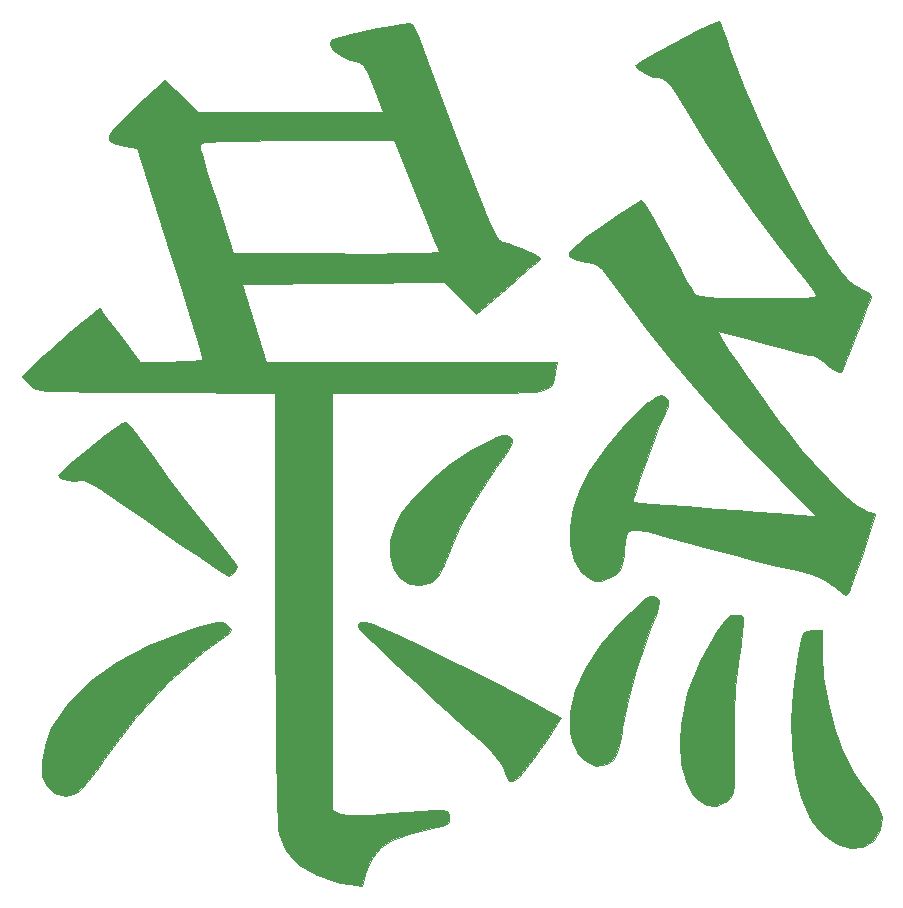
<source format=gbr>
%TF.GenerationSoftware,KiCad,Pcbnew,(5.1.7-0-10_14)*%
%TF.CreationDate,2020-11-02T16:42:48+08:00*%
%TF.ProjectId,GreenCircuit,47726565-6e43-4697-9263-7569742e6b69,v0.6*%
%TF.SameCoordinates,Original*%
%TF.FileFunction,Legend,Bot*%
%TF.FilePolarity,Positive*%
%FSLAX46Y46*%
G04 Gerber Fmt 4.6, Leading zero omitted, Abs format (unit mm)*
G04 Created by KiCad (PCBNEW (5.1.7-0-10_14)) date 2020-11-02 16:42:48*
%MOMM*%
%LPD*%
G01*
G04 APERTURE LIST*
%ADD10C,0.010000*%
G04 APERTURE END LIST*
D10*
%TO.C,G\u002A\u002A\u002A*%
G36*
X100549720Y-102090056D02*
G01*
X99938995Y-102505385D01*
X99115374Y-103110083D01*
X98174825Y-103828858D01*
X97213319Y-104586417D01*
X96326824Y-105307467D01*
X95611311Y-105916715D01*
X95162749Y-106338867D01*
X95058948Y-106484010D01*
X95290274Y-106739958D01*
X95843027Y-106910589D01*
X96505367Y-106950221D01*
X96902423Y-106881551D01*
X97237707Y-106894717D01*
X97776279Y-107115418D01*
X98573677Y-107575366D01*
X99685439Y-108306276D01*
X100999088Y-109220832D01*
X102513454Y-110285325D01*
X104033079Y-111341335D01*
X105492425Y-112344552D01*
X106825951Y-113250665D01*
X107968119Y-114015364D01*
X108853389Y-114594338D01*
X109416222Y-114943278D01*
X109587532Y-115027369D01*
X109827162Y-114849749D01*
X110031579Y-114626316D01*
X110213217Y-114133438D01*
X110095973Y-113891053D01*
X108307347Y-111653870D01*
X106807163Y-109752974D01*
X105539394Y-108115643D01*
X104448017Y-106669156D01*
X103477005Y-105340792D01*
X103080000Y-104784238D01*
X102314068Y-103724635D01*
X101647399Y-102843407D01*
X101144664Y-102223119D01*
X100870537Y-101946331D01*
X100851580Y-101939391D01*
X100549720Y-102090056D01*
G37*
X100549720Y-102090056D02*
X99938995Y-102505385D01*
X99115374Y-103110083D01*
X98174825Y-103828858D01*
X97213319Y-104586417D01*
X96326824Y-105307467D01*
X95611311Y-105916715D01*
X95162749Y-106338867D01*
X95058948Y-106484010D01*
X95290274Y-106739958D01*
X95843027Y-106910589D01*
X96505367Y-106950221D01*
X96902423Y-106881551D01*
X97237707Y-106894717D01*
X97776279Y-107115418D01*
X98573677Y-107575366D01*
X99685439Y-108306276D01*
X100999088Y-109220832D01*
X102513454Y-110285325D01*
X104033079Y-111341335D01*
X105492425Y-112344552D01*
X106825951Y-113250665D01*
X107968119Y-114015364D01*
X108853389Y-114594338D01*
X109416222Y-114943278D01*
X109587532Y-115027369D01*
X109827162Y-114849749D01*
X110031579Y-114626316D01*
X110213217Y-114133438D01*
X110095973Y-113891053D01*
X108307347Y-111653870D01*
X106807163Y-109752974D01*
X105539394Y-108115643D01*
X104448017Y-106669156D01*
X103477005Y-105340792D01*
X103080000Y-104784238D01*
X102314068Y-103724635D01*
X101647399Y-102843407D01*
X101144664Y-102223119D01*
X100870537Y-101946331D01*
X100851580Y-101939391D01*
X100549720Y-102090056D01*
G36*
X132719808Y-103097568D02*
G01*
X132046750Y-103353943D01*
X131902782Y-103417892D01*
X130094271Y-104370025D01*
X128314191Y-105563050D01*
X126663288Y-106908911D01*
X125242306Y-108319550D01*
X124151991Y-109706911D01*
X123622245Y-110655527D01*
X123213915Y-112004810D01*
X123174656Y-113253393D01*
X123457450Y-114329483D01*
X124015280Y-115161285D01*
X124801127Y-115677006D01*
X125767975Y-115804853D01*
X126799653Y-115507299D01*
X127306526Y-115008144D01*
X127759407Y-114071430D01*
X127833581Y-113854342D01*
X128414151Y-112368469D01*
X129255334Y-110627807D01*
X130273226Y-108786530D01*
X131383923Y-106998812D01*
X132216577Y-105800591D01*
X132935770Y-104798944D01*
X133363409Y-104126312D01*
X133541820Y-103694019D01*
X133513332Y-103413391D01*
X133417747Y-103284208D01*
X133120167Y-103079321D01*
X132719808Y-103097568D01*
G37*
X132719808Y-103097568D02*
X132046750Y-103353943D01*
X131902782Y-103417892D01*
X130094271Y-104370025D01*
X128314191Y-105563050D01*
X126663288Y-106908911D01*
X125242306Y-108319550D01*
X124151991Y-109706911D01*
X123622245Y-110655527D01*
X123213915Y-112004810D01*
X123174656Y-113253393D01*
X123457450Y-114329483D01*
X124015280Y-115161285D01*
X124801127Y-115677006D01*
X125767975Y-115804853D01*
X126799653Y-115507299D01*
X127306526Y-115008144D01*
X127759407Y-114071430D01*
X127833581Y-113854342D01*
X128414151Y-112368469D01*
X129255334Y-110627807D01*
X130273226Y-108786530D01*
X131383923Y-106998812D01*
X132216577Y-105800591D01*
X132935770Y-104798944D01*
X133363409Y-104126312D01*
X133541820Y-103694019D01*
X133513332Y-103413391D01*
X133417747Y-103284208D01*
X133120167Y-103079321D01*
X132719808Y-103097568D01*
G36*
X150812121Y-68092817D02*
G01*
X150180447Y-68373101D01*
X149284353Y-68808544D01*
X148224895Y-69346062D01*
X147103127Y-69932571D01*
X146020106Y-70514986D01*
X145076887Y-71040222D01*
X144374526Y-71455197D01*
X144014078Y-71706825D01*
X143987369Y-71745633D01*
X144215405Y-72099727D01*
X144767316Y-72460662D01*
X145444803Y-72720050D01*
X145885497Y-72783158D01*
X146232281Y-72839733D01*
X146570285Y-73061221D01*
X146966776Y-73525267D01*
X147489024Y-74309516D01*
X148143989Y-75390000D01*
X149982506Y-78369803D01*
X151968882Y-81384665D01*
X154012432Y-84305148D01*
X156022474Y-87001816D01*
X157908323Y-89345232D01*
X157981878Y-89432132D01*
X158631588Y-90236061D01*
X159095781Y-90884832D01*
X159303755Y-91276226D01*
X159299734Y-91337459D01*
X158993093Y-91388875D01*
X158239224Y-91433530D01*
X157125619Y-91468623D01*
X155739771Y-91491355D01*
X154255589Y-91498948D01*
X152442020Y-91490914D01*
X151092860Y-91463365D01*
X150137972Y-91411128D01*
X149507222Y-91329029D01*
X149130472Y-91211895D01*
X148984125Y-91110140D01*
X148734012Y-90746015D01*
X148297036Y-89994312D01*
X147723777Y-88946582D01*
X147064817Y-87694374D01*
X146657508Y-86899087D01*
X145987952Y-85612477D01*
X145386307Y-84519891D01*
X144898488Y-83699813D01*
X144570410Y-83230730D01*
X144464932Y-83151113D01*
X144164397Y-83324899D01*
X143514747Y-83750828D01*
X142602370Y-84370750D01*
X141513655Y-85126518D01*
X141135646Y-85392127D01*
X139920626Y-86257422D01*
X139092172Y-86878118D01*
X138593652Y-87308813D01*
X138368431Y-87604108D01*
X138359880Y-87818600D01*
X138467105Y-87964849D01*
X138998255Y-88253412D01*
X139760999Y-88422832D01*
X139861811Y-88430856D01*
X140335092Y-88491988D01*
X140733962Y-88664268D01*
X141150687Y-89029603D01*
X141677530Y-89669899D01*
X142406757Y-90667063D01*
X142451917Y-90730179D01*
X144790323Y-93900159D01*
X147148813Y-96882677D01*
X149634996Y-99804723D01*
X152356483Y-102793288D01*
X155055053Y-105603132D01*
X159315382Y-109948369D01*
X157734007Y-109814579D01*
X157002658Y-109756400D01*
X155839996Y-109668379D01*
X154348135Y-109558042D01*
X152629192Y-109432912D01*
X150785283Y-109300514D01*
X150003158Y-109244906D01*
X148251738Y-109118928D01*
X146689198Y-109003025D01*
X145390892Y-108903077D01*
X144432174Y-108824961D01*
X143888397Y-108774555D01*
X143792942Y-108760436D01*
X143817329Y-108476761D01*
X143997432Y-107805121D01*
X144295440Y-106856043D01*
X144673541Y-105740053D01*
X145093926Y-104567675D01*
X145518783Y-103449434D01*
X145910302Y-102495857D01*
X146022358Y-102243572D01*
X146469577Y-101236995D01*
X146706493Y-100599794D01*
X146755665Y-100219975D01*
X146639651Y-99985543D01*
X146500752Y-99868528D01*
X146147060Y-99715599D01*
X145732821Y-99839239D01*
X145099927Y-100288010D01*
X145077648Y-100305627D01*
X143254164Y-101979979D01*
X141544150Y-103978946D01*
X140092088Y-106119441D01*
X139290243Y-107639321D01*
X138726789Y-109233715D01*
X138460119Y-110828292D01*
X138480824Y-112325327D01*
X138779497Y-113627099D01*
X139346729Y-114635883D01*
X140016362Y-115181489D01*
X140580929Y-115422774D01*
X141054124Y-115418227D01*
X141697447Y-115157195D01*
X141796811Y-115108954D01*
X142318339Y-114824738D01*
X142638487Y-114507751D01*
X142835785Y-114010688D01*
X142988763Y-113186242D01*
X143051857Y-112754737D01*
X143138356Y-112062612D01*
X143220098Y-111556630D01*
X143368528Y-111228290D01*
X143655089Y-111069091D01*
X144151226Y-111070535D01*
X144928385Y-111224120D01*
X146058009Y-111521345D01*
X147611543Y-111953712D01*
X148265263Y-112134463D01*
X150085019Y-112624540D01*
X152158542Y-113166575D01*
X154228140Y-113694031D01*
X156005220Y-114132920D01*
X157623294Y-114538336D01*
X158811606Y-114877447D01*
X159665560Y-115184672D01*
X160280560Y-115494431D01*
X160752009Y-115841142D01*
X160760313Y-115848412D01*
X161371151Y-116370406D01*
X161710531Y-116584868D01*
X161904639Y-116541790D01*
X162040148Y-116355456D01*
X162167349Y-116043632D01*
X162420602Y-115350887D01*
X162758897Y-114396158D01*
X163141226Y-113298379D01*
X163526577Y-112176487D01*
X163873942Y-111149416D01*
X164142311Y-110336104D01*
X164290674Y-109855484D01*
X164307369Y-109780100D01*
X164082503Y-109667424D01*
X163528296Y-109464970D01*
X163396378Y-109420816D01*
X162717902Y-109037096D01*
X161790282Y-108279838D01*
X160674040Y-107211452D01*
X159429696Y-105894352D01*
X158117770Y-104390947D01*
X156798783Y-102763650D01*
X156258579Y-102060000D01*
X155351192Y-100836995D01*
X154414550Y-99538443D01*
X153498929Y-98238287D01*
X152654604Y-97010470D01*
X151931852Y-95928937D01*
X151380949Y-95067630D01*
X151052171Y-94500494D01*
X150985382Y-94304443D01*
X151260537Y-94340979D01*
X151955925Y-94502698D01*
X152978143Y-94766060D01*
X154233784Y-95107523D01*
X154787732Y-95262754D01*
X156143262Y-95638327D01*
X157334184Y-95954373D01*
X158256755Y-96184400D01*
X158807229Y-96301916D01*
X158895013Y-96311579D01*
X159322107Y-96477884D01*
X159941418Y-96897837D01*
X160227527Y-97134335D01*
X160816740Y-97575310D01*
X161251615Y-97763238D01*
X161365287Y-97735914D01*
X161535581Y-97411181D01*
X161848507Y-96693657D01*
X162258676Y-95691141D01*
X162696788Y-94573684D01*
X163151078Y-93393486D01*
X163539444Y-92387039D01*
X163819176Y-91664868D01*
X163945132Y-91343430D01*
X163796003Y-91079149D01*
X163281769Y-90758771D01*
X163017147Y-90643537D01*
X162479369Y-90370838D01*
X161968302Y-89946851D01*
X161399278Y-89280009D01*
X160687625Y-88278745D01*
X160317822Y-87724317D01*
X158876726Y-85380038D01*
X157373363Y-82648188D01*
X155871435Y-79660886D01*
X154434642Y-76550249D01*
X153126686Y-73448395D01*
X152022735Y-70520120D01*
X151648983Y-69474701D01*
X151337138Y-68637089D01*
X151131126Y-68123531D01*
X151078319Y-68020775D01*
X150812121Y-68092817D01*
G37*
X150812121Y-68092817D02*
X150180447Y-68373101D01*
X149284353Y-68808544D01*
X148224895Y-69346062D01*
X147103127Y-69932571D01*
X146020106Y-70514986D01*
X145076887Y-71040222D01*
X144374526Y-71455197D01*
X144014078Y-71706825D01*
X143987369Y-71745633D01*
X144215405Y-72099727D01*
X144767316Y-72460662D01*
X145444803Y-72720050D01*
X145885497Y-72783158D01*
X146232281Y-72839733D01*
X146570285Y-73061221D01*
X146966776Y-73525267D01*
X147489024Y-74309516D01*
X148143989Y-75390000D01*
X149982506Y-78369803D01*
X151968882Y-81384665D01*
X154012432Y-84305148D01*
X156022474Y-87001816D01*
X157908323Y-89345232D01*
X157981878Y-89432132D01*
X158631588Y-90236061D01*
X159095781Y-90884832D01*
X159303755Y-91276226D01*
X159299734Y-91337459D01*
X158993093Y-91388875D01*
X158239224Y-91433530D01*
X157125619Y-91468623D01*
X155739771Y-91491355D01*
X154255589Y-91498948D01*
X152442020Y-91490914D01*
X151092860Y-91463365D01*
X150137972Y-91411128D01*
X149507222Y-91329029D01*
X149130472Y-91211895D01*
X148984125Y-91110140D01*
X148734012Y-90746015D01*
X148297036Y-89994312D01*
X147723777Y-88946582D01*
X147064817Y-87694374D01*
X146657508Y-86899087D01*
X145987952Y-85612477D01*
X145386307Y-84519891D01*
X144898488Y-83699813D01*
X144570410Y-83230730D01*
X144464932Y-83151113D01*
X144164397Y-83324899D01*
X143514747Y-83750828D01*
X142602370Y-84370750D01*
X141513655Y-85126518D01*
X141135646Y-85392127D01*
X139920626Y-86257422D01*
X139092172Y-86878118D01*
X138593652Y-87308813D01*
X138368431Y-87604108D01*
X138359880Y-87818600D01*
X138467105Y-87964849D01*
X138998255Y-88253412D01*
X139760999Y-88422832D01*
X139861811Y-88430856D01*
X140335092Y-88491988D01*
X140733962Y-88664268D01*
X141150687Y-89029603D01*
X141677530Y-89669899D01*
X142406757Y-90667063D01*
X142451917Y-90730179D01*
X144790323Y-93900159D01*
X147148813Y-96882677D01*
X149634996Y-99804723D01*
X152356483Y-102793288D01*
X155055053Y-105603132D01*
X159315382Y-109948369D01*
X157734007Y-109814579D01*
X157002658Y-109756400D01*
X155839996Y-109668379D01*
X154348135Y-109558042D01*
X152629192Y-109432912D01*
X150785283Y-109300514D01*
X150003158Y-109244906D01*
X148251738Y-109118928D01*
X146689198Y-109003025D01*
X145390892Y-108903077D01*
X144432174Y-108824961D01*
X143888397Y-108774555D01*
X143792942Y-108760436D01*
X143817329Y-108476761D01*
X143997432Y-107805121D01*
X144295440Y-106856043D01*
X144673541Y-105740053D01*
X145093926Y-104567675D01*
X145518783Y-103449434D01*
X145910302Y-102495857D01*
X146022358Y-102243572D01*
X146469577Y-101236995D01*
X146706493Y-100599794D01*
X146755665Y-100219975D01*
X146639651Y-99985543D01*
X146500752Y-99868528D01*
X146147060Y-99715599D01*
X145732821Y-99839239D01*
X145099927Y-100288010D01*
X145077648Y-100305627D01*
X143254164Y-101979979D01*
X141544150Y-103978946D01*
X140092088Y-106119441D01*
X139290243Y-107639321D01*
X138726789Y-109233715D01*
X138460119Y-110828292D01*
X138480824Y-112325327D01*
X138779497Y-113627099D01*
X139346729Y-114635883D01*
X140016362Y-115181489D01*
X140580929Y-115422774D01*
X141054124Y-115418227D01*
X141697447Y-115157195D01*
X141796811Y-115108954D01*
X142318339Y-114824738D01*
X142638487Y-114507751D01*
X142835785Y-114010688D01*
X142988763Y-113186242D01*
X143051857Y-112754737D01*
X143138356Y-112062612D01*
X143220098Y-111556630D01*
X143368528Y-111228290D01*
X143655089Y-111069091D01*
X144151226Y-111070535D01*
X144928385Y-111224120D01*
X146058009Y-111521345D01*
X147611543Y-111953712D01*
X148265263Y-112134463D01*
X150085019Y-112624540D01*
X152158542Y-113166575D01*
X154228140Y-113694031D01*
X156005220Y-114132920D01*
X157623294Y-114538336D01*
X158811606Y-114877447D01*
X159665560Y-115184672D01*
X160280560Y-115494431D01*
X160752009Y-115841142D01*
X160760313Y-115848412D01*
X161371151Y-116370406D01*
X161710531Y-116584868D01*
X161904639Y-116541790D01*
X162040148Y-116355456D01*
X162167349Y-116043632D01*
X162420602Y-115350887D01*
X162758897Y-114396158D01*
X163141226Y-113298379D01*
X163526577Y-112176487D01*
X163873942Y-111149416D01*
X164142311Y-110336104D01*
X164290674Y-109855484D01*
X164307369Y-109780100D01*
X164082503Y-109667424D01*
X163528296Y-109464970D01*
X163396378Y-109420816D01*
X162717902Y-109037096D01*
X161790282Y-108279838D01*
X160674040Y-107211452D01*
X159429696Y-105894352D01*
X158117770Y-104390947D01*
X156798783Y-102763650D01*
X156258579Y-102060000D01*
X155351192Y-100836995D01*
X154414550Y-99538443D01*
X153498929Y-98238287D01*
X152654604Y-97010470D01*
X151931852Y-95928937D01*
X151380949Y-95067630D01*
X151052171Y-94500494D01*
X150985382Y-94304443D01*
X151260537Y-94340979D01*
X151955925Y-94502698D01*
X152978143Y-94766060D01*
X154233784Y-95107523D01*
X154787732Y-95262754D01*
X156143262Y-95638327D01*
X157334184Y-95954373D01*
X158256755Y-96184400D01*
X158807229Y-96301916D01*
X158895013Y-96311579D01*
X159322107Y-96477884D01*
X159941418Y-96897837D01*
X160227527Y-97134335D01*
X160816740Y-97575310D01*
X161251615Y-97763238D01*
X161365287Y-97735914D01*
X161535581Y-97411181D01*
X161848507Y-96693657D01*
X162258676Y-95691141D01*
X162696788Y-94573684D01*
X163151078Y-93393486D01*
X163539444Y-92387039D01*
X163819176Y-91664868D01*
X163945132Y-91343430D01*
X163796003Y-91079149D01*
X163281769Y-90758771D01*
X163017147Y-90643537D01*
X162479369Y-90370838D01*
X161968302Y-89946851D01*
X161399278Y-89280009D01*
X160687625Y-88278745D01*
X160317822Y-87724317D01*
X158876726Y-85380038D01*
X157373363Y-82648188D01*
X155871435Y-79660886D01*
X154434642Y-76550249D01*
X153126686Y-73448395D01*
X152022735Y-70520120D01*
X151648983Y-69474701D01*
X151337138Y-68637089D01*
X151131126Y-68123531D01*
X151078319Y-68020775D01*
X150812121Y-68092817D01*
G36*
X144867391Y-116885332D02*
G01*
X144350338Y-117307953D01*
X143604287Y-118024964D01*
X142791573Y-118842911D01*
X141097310Y-120781216D01*
X139794726Y-122743776D01*
X138905918Y-124677069D01*
X138452980Y-126527570D01*
X138458007Y-128241756D01*
X138616364Y-128957069D01*
X139124836Y-130035704D01*
X139843351Y-130754065D01*
X140679756Y-131068064D01*
X141541901Y-130933614D01*
X142053644Y-130601579D01*
X142373827Y-130154971D01*
X142625835Y-129390742D01*
X142839769Y-128210755D01*
X142883165Y-127897282D01*
X143315267Y-125474102D01*
X143992046Y-122967855D01*
X144954832Y-120231616D01*
X145251633Y-119478022D01*
X145691869Y-118339632D01*
X145929846Y-117594664D01*
X145986150Y-117150449D01*
X145881365Y-116914320D01*
X145829799Y-116875274D01*
X145528598Y-116719847D01*
X145233970Y-116706248D01*
X144867391Y-116885332D01*
G37*
X144867391Y-116885332D02*
X144350338Y-117307953D01*
X143604287Y-118024964D01*
X142791573Y-118842911D01*
X141097310Y-120781216D01*
X139794726Y-122743776D01*
X138905918Y-124677069D01*
X138452980Y-126527570D01*
X138458007Y-128241756D01*
X138616364Y-128957069D01*
X139124836Y-130035704D01*
X139843351Y-130754065D01*
X140679756Y-131068064D01*
X141541901Y-130933614D01*
X142053644Y-130601579D01*
X142373827Y-130154971D01*
X142625835Y-129390742D01*
X142839769Y-128210755D01*
X142883165Y-127897282D01*
X143315267Y-125474102D01*
X143992046Y-122967855D01*
X144954832Y-120231616D01*
X145251633Y-119478022D01*
X145691869Y-118339632D01*
X145929846Y-117594664D01*
X145986150Y-117150449D01*
X145881365Y-116914320D01*
X145829799Y-116875274D01*
X145528598Y-116719847D01*
X145233970Y-116706248D01*
X144867391Y-116885332D01*
G36*
X120570587Y-118959822D02*
G01*
X120480216Y-119159656D01*
X120463042Y-119350983D01*
X120650921Y-119571963D01*
X121177076Y-120094900D01*
X121981743Y-120864664D01*
X123005160Y-121826126D01*
X124187567Y-122924155D01*
X125469202Y-124103623D01*
X126790302Y-125309399D01*
X128091105Y-126486355D01*
X129311851Y-127579360D01*
X130392777Y-128533285D01*
X130808952Y-128894971D01*
X131782580Y-129825939D01*
X132474655Y-130673242D01*
X132761049Y-131212715D01*
X133036780Y-131941386D01*
X133315643Y-132337902D01*
X133653341Y-132378972D01*
X134105576Y-132041302D01*
X134728047Y-131301602D01*
X135576458Y-130136578D01*
X135677814Y-129993028D01*
X136412913Y-128938439D01*
X137026526Y-128035865D01*
X137456677Y-127378053D01*
X137641391Y-127057748D01*
X137643157Y-127051928D01*
X137426555Y-126881791D01*
X136783358Y-126505357D01*
X135767428Y-125951068D01*
X134432627Y-125247368D01*
X132832819Y-124422701D01*
X131021866Y-123505510D01*
X129303807Y-122648133D01*
X127014273Y-121516777D01*
X125156799Y-120610434D01*
X123686482Y-119912357D01*
X122558416Y-119405799D01*
X121727698Y-119074014D01*
X121149424Y-118900254D01*
X120778688Y-118867773D01*
X120570587Y-118959822D01*
G37*
X120570587Y-118959822D02*
X120480216Y-119159656D01*
X120463042Y-119350983D01*
X120650921Y-119571963D01*
X121177076Y-120094900D01*
X121981743Y-120864664D01*
X123005160Y-121826126D01*
X124187567Y-122924155D01*
X125469202Y-124103623D01*
X126790302Y-125309399D01*
X128091105Y-126486355D01*
X129311851Y-127579360D01*
X130392777Y-128533285D01*
X130808952Y-128894971D01*
X131782580Y-129825939D01*
X132474655Y-130673242D01*
X132761049Y-131212715D01*
X133036780Y-131941386D01*
X133315643Y-132337902D01*
X133653341Y-132378972D01*
X134105576Y-132041302D01*
X134728047Y-131301602D01*
X135576458Y-130136578D01*
X135677814Y-129993028D01*
X136412913Y-128938439D01*
X137026526Y-128035865D01*
X137456677Y-127378053D01*
X137641391Y-127057748D01*
X137643157Y-127051928D01*
X137426555Y-126881791D01*
X136783358Y-126505357D01*
X135767428Y-125951068D01*
X134432627Y-125247368D01*
X132832819Y-124422701D01*
X131021866Y-123505510D01*
X129303807Y-122648133D01*
X127014273Y-121516777D01*
X125156799Y-120610434D01*
X123686482Y-119912357D01*
X122558416Y-119405799D01*
X121727698Y-119074014D01*
X121149424Y-118900254D01*
X120778688Y-118867773D01*
X120570587Y-118959822D01*
G36*
X108541558Y-118892925D02*
G01*
X107891015Y-119052174D01*
X106901717Y-119357826D01*
X105931928Y-119674466D01*
X102826674Y-120874214D01*
X100119918Y-122291877D01*
X97840668Y-123906477D01*
X96017935Y-125697038D01*
X94680728Y-127642580D01*
X94541287Y-127911345D01*
X93958933Y-129386841D01*
X93713218Y-130737570D01*
X93782833Y-131899239D01*
X94146469Y-132807553D01*
X94782815Y-133398218D01*
X95670561Y-133606940D01*
X96394093Y-133501447D01*
X96896044Y-133171005D01*
X97613520Y-132389854D01*
X98556511Y-131146554D01*
X98995069Y-130523083D01*
X101623801Y-127069413D01*
X104449844Y-124007300D01*
X107420473Y-121390573D01*
X109238876Y-120064422D01*
X109677598Y-119724725D01*
X109703269Y-119459584D01*
X109438196Y-119146377D01*
X109217395Y-118954750D01*
X108951100Y-118865358D01*
X108541558Y-118892925D01*
G37*
X108541558Y-118892925D02*
X107891015Y-119052174D01*
X106901717Y-119357826D01*
X105931928Y-119674466D01*
X102826674Y-120874214D01*
X100119918Y-122291877D01*
X97840668Y-123906477D01*
X96017935Y-125697038D01*
X94680728Y-127642580D01*
X94541287Y-127911345D01*
X93958933Y-129386841D01*
X93713218Y-130737570D01*
X93782833Y-131899239D01*
X94146469Y-132807553D01*
X94782815Y-133398218D01*
X95670561Y-133606940D01*
X96394093Y-133501447D01*
X96896044Y-133171005D01*
X97613520Y-132389854D01*
X98556511Y-131146554D01*
X98995069Y-130523083D01*
X101623801Y-127069413D01*
X104449844Y-124007300D01*
X107420473Y-121390573D01*
X109238876Y-120064422D01*
X109677598Y-119724725D01*
X109703269Y-119459584D01*
X109438196Y-119146377D01*
X109217395Y-118954750D01*
X108951100Y-118865358D01*
X108541558Y-118892925D01*
G36*
X152082796Y-118342881D02*
G01*
X151645865Y-118666183D01*
X151111407Y-119359923D01*
X151018087Y-119497747D01*
X149428176Y-122241202D01*
X148356488Y-124949994D01*
X147807746Y-127610448D01*
X147730527Y-129022522D01*
X147852159Y-130910106D01*
X148230738Y-132389661D01*
X148886787Y-133532788D01*
X149090788Y-133768228D01*
X149949525Y-134397898D01*
X150839951Y-134498082D01*
X151737654Y-134066365D01*
X151778275Y-134034032D01*
X152014884Y-133825423D01*
X152181493Y-133586883D01*
X152288078Y-133231311D01*
X152344616Y-132671602D01*
X152361082Y-131820654D01*
X152347452Y-130591363D01*
X152321817Y-129288243D01*
X152315293Y-126656511D01*
X152419050Y-124412519D01*
X152639774Y-122419402D01*
X152665810Y-122246316D01*
X152897141Y-120742556D01*
X153049808Y-119687009D01*
X153121294Y-118998597D01*
X153109082Y-118596247D01*
X153010656Y-118398882D01*
X152823501Y-118325426D01*
X152545098Y-118294806D01*
X152543158Y-118294589D01*
X152082796Y-118342881D01*
G37*
X152082796Y-118342881D02*
X151645865Y-118666183D01*
X151111407Y-119359923D01*
X151018087Y-119497747D01*
X149428176Y-122241202D01*
X148356488Y-124949994D01*
X147807746Y-127610448D01*
X147730527Y-129022522D01*
X147852159Y-130910106D01*
X148230738Y-132389661D01*
X148886787Y-133532788D01*
X149090788Y-133768228D01*
X149949525Y-134397898D01*
X150839951Y-134498082D01*
X151737654Y-134066365D01*
X151778275Y-134034032D01*
X152014884Y-133825423D01*
X152181493Y-133586883D01*
X152288078Y-133231311D01*
X152344616Y-132671602D01*
X152361082Y-131820654D01*
X152347452Y-130591363D01*
X152321817Y-129288243D01*
X152315293Y-126656511D01*
X152419050Y-124412519D01*
X152639774Y-122419402D01*
X152665810Y-122246316D01*
X152897141Y-120742556D01*
X153049808Y-119687009D01*
X153121294Y-118998597D01*
X153109082Y-118596247D01*
X153010656Y-118398882D01*
X152823501Y-118325426D01*
X152545098Y-118294806D01*
X152543158Y-118294589D01*
X152082796Y-118342881D01*
G36*
X158499284Y-119623290D02*
G01*
X158213640Y-119866439D01*
X158009679Y-120438838D01*
X157913360Y-120842632D01*
X157755777Y-121669893D01*
X157571308Y-122837919D01*
X157389035Y-124155673D01*
X157302884Y-124852707D01*
X157155325Y-127177054D01*
X157238610Y-129502953D01*
X157534579Y-131714292D01*
X158025070Y-133694956D01*
X158691920Y-135328831D01*
X159030731Y-135899374D01*
X159961890Y-136960552D01*
X161035981Y-137672362D01*
X162153383Y-138006485D01*
X163214475Y-137934603D01*
X164119634Y-137428396D01*
X164185838Y-137364785D01*
X164720144Y-136479342D01*
X164826386Y-135422806D01*
X164533367Y-134460844D01*
X164185755Y-133934588D01*
X163623881Y-133208968D01*
X163205276Y-132712826D01*
X162320490Y-131430616D01*
X161507898Y-129742638D01*
X160806634Y-127776841D01*
X160255833Y-125661171D01*
X159894628Y-123523575D01*
X159762153Y-121491999D01*
X159762105Y-121455483D01*
X159762105Y-119572632D01*
X158981653Y-119572632D01*
X158499284Y-119623290D01*
G37*
X158499284Y-119623290D02*
X158213640Y-119866439D01*
X158009679Y-120438838D01*
X157913360Y-120842632D01*
X157755777Y-121669893D01*
X157571308Y-122837919D01*
X157389035Y-124155673D01*
X157302884Y-124852707D01*
X157155325Y-127177054D01*
X157238610Y-129502953D01*
X157534579Y-131714292D01*
X158025070Y-133694956D01*
X158691920Y-135328831D01*
X159030731Y-135899374D01*
X159961890Y-136960552D01*
X161035981Y-137672362D01*
X162153383Y-138006485D01*
X163214475Y-137934603D01*
X164119634Y-137428396D01*
X164185838Y-137364785D01*
X164720144Y-136479342D01*
X164826386Y-135422806D01*
X164533367Y-134460844D01*
X164185755Y-133934588D01*
X163623881Y-133208968D01*
X163205276Y-132712826D01*
X162320490Y-131430616D01*
X161507898Y-129742638D01*
X160806634Y-127776841D01*
X160255833Y-125661171D01*
X159894628Y-123523575D01*
X159762153Y-121491999D01*
X159762105Y-121455483D01*
X159762105Y-119572632D01*
X158981653Y-119572632D01*
X158499284Y-119623290D01*
G36*
X124825899Y-68147871D02*
G01*
X124194153Y-68241019D01*
X123256746Y-68414411D01*
X122139100Y-68640666D01*
X120966636Y-68892406D01*
X119864777Y-69142249D01*
X118958945Y-69362816D01*
X118374560Y-69526726D01*
X118228389Y-69588141D01*
X118096926Y-69977444D01*
X118378265Y-70445537D01*
X118974633Y-70912289D01*
X119788256Y-71297573D01*
X120559003Y-71498161D01*
X120910947Y-71739615D01*
X121302319Y-72388674D01*
X121765415Y-73500434D01*
X121821667Y-73652105D01*
X122583224Y-75724211D01*
X106973657Y-75724211D01*
X104190239Y-72975367D01*
X101636463Y-75332986D01*
X100510597Y-76395684D01*
X99777526Y-77170580D01*
X99421325Y-77714672D01*
X99426066Y-78084962D01*
X99775824Y-78338451D01*
X100454671Y-78532139D01*
X100726864Y-78588441D01*
X101802431Y-78801144D01*
X104578718Y-87623204D01*
X105229669Y-89697169D01*
X105826461Y-91609119D01*
X106350688Y-93299269D01*
X106783944Y-94707830D01*
X107107822Y-95775016D01*
X107303916Y-96441038D01*
X107356450Y-96645790D01*
X107108660Y-96730133D01*
X106439553Y-96796982D01*
X105462473Y-96837793D01*
X104696226Y-96846316D01*
X102034558Y-96846316D01*
X100373356Y-94640526D01*
X99675627Y-93714378D01*
X99105862Y-92958682D01*
X98735403Y-92468026D01*
X98632330Y-92332218D01*
X98415717Y-92457770D01*
X97887352Y-92869543D01*
X97131592Y-93494533D01*
X96232793Y-94259737D01*
X95275312Y-95092151D01*
X94343505Y-95918771D01*
X93521728Y-96666594D01*
X92894338Y-97262617D01*
X92666663Y-97495015D01*
X92012274Y-98196367D01*
X92606982Y-98791342D01*
X92769011Y-98943496D01*
X92956091Y-99067642D01*
X93221282Y-99167090D01*
X93617643Y-99245154D01*
X94198233Y-99305147D01*
X95016110Y-99350381D01*
X96124333Y-99384168D01*
X97575961Y-99409822D01*
X99424054Y-99430655D01*
X101721670Y-99449980D01*
X103354529Y-99462352D01*
X113507369Y-99538388D01*
X113507369Y-117591851D01*
X113510779Y-121604046D01*
X113521228Y-125101790D01*
X113539040Y-128105326D01*
X113564540Y-130634898D01*
X113598054Y-132710750D01*
X113639906Y-134353125D01*
X113690423Y-135582267D01*
X113749929Y-136418419D01*
X113817160Y-136875606D01*
X114439277Y-138286737D01*
X115519099Y-139448600D01*
X117032688Y-140344228D01*
X118956107Y-140956658D01*
X119795425Y-141112515D01*
X120869797Y-141278007D01*
X121207158Y-140016650D01*
X121648857Y-138920848D01*
X122362659Y-138047041D01*
X123410141Y-137357053D01*
X124852881Y-136812706D01*
X126752459Y-136375825D01*
X127210000Y-136295036D01*
X127881216Y-136123337D01*
X128165151Y-135836830D01*
X128212632Y-135468938D01*
X128209330Y-135203776D01*
X128151581Y-135014089D01*
X127967623Y-134894671D01*
X127585692Y-134840315D01*
X126934026Y-134845817D01*
X125940862Y-134905971D01*
X124534436Y-135015570D01*
X123323091Y-135114243D01*
X121631632Y-135234995D01*
X120399781Y-135280656D01*
X119557718Y-135251320D01*
X119035626Y-135147077D01*
X118969385Y-135119975D01*
X118320000Y-134824096D01*
X118320000Y-99520000D01*
X127401120Y-99520000D01*
X129887215Y-99521708D01*
X131892332Y-99520208D01*
X133470186Y-99505565D01*
X134674492Y-99467845D01*
X135558965Y-99397113D01*
X136177322Y-99283435D01*
X136583278Y-99116875D01*
X136830548Y-98887499D01*
X136972848Y-98585372D01*
X137063893Y-98200560D01*
X137157400Y-97723128D01*
X137159085Y-97715263D01*
X137345646Y-96846316D01*
X112723669Y-96846316D01*
X110633329Y-90295790D01*
X127787117Y-90154554D01*
X130497943Y-92831706D01*
X133165287Y-90530908D01*
X134163205Y-89669650D01*
X135007807Y-88939816D01*
X135620389Y-88409481D01*
X135922248Y-88146721D01*
X135938332Y-88132338D01*
X135793063Y-87975083D01*
X135294794Y-87696295D01*
X134953611Y-87534250D01*
X127367193Y-87534250D01*
X127132496Y-87587057D01*
X126424744Y-87631357D01*
X125305568Y-87666025D01*
X123836599Y-87689937D01*
X122079468Y-87701969D01*
X120095804Y-87700995D01*
X118686029Y-87692631D01*
X109914515Y-87622105D01*
X108520546Y-83344211D01*
X108054981Y-81891761D01*
X107653201Y-80593186D01*
X107343530Y-79543684D01*
X107154291Y-78838449D01*
X107108552Y-78598421D01*
X107133855Y-78466680D01*
X107257710Y-78362183D01*
X107535109Y-78281801D01*
X108021046Y-78222400D01*
X108770517Y-78180851D01*
X109838514Y-78154021D01*
X111280032Y-78138779D01*
X113150066Y-78131993D01*
X115325611Y-78130527D01*
X123560695Y-78130527D01*
X125418769Y-82717935D01*
X126012294Y-84183596D01*
X126537279Y-85480575D01*
X126960422Y-86526552D01*
X127248419Y-87239208D01*
X127367193Y-87534250D01*
X134953611Y-87534250D01*
X134591238Y-87362141D01*
X133830109Y-87038787D01*
X133159119Y-86792399D01*
X132725980Y-86689143D01*
X132716003Y-86688928D01*
X132356611Y-86441063D01*
X131899125Y-85693057D01*
X131418981Y-84634729D01*
X128924491Y-78364139D01*
X126698676Y-72248421D01*
X126120591Y-70621499D01*
X125670314Y-69452474D01*
X125322927Y-68686781D01*
X125053507Y-68269855D01*
X124837135Y-68147132D01*
X124825899Y-68147871D01*
G37*
X124825899Y-68147871D02*
X124194153Y-68241019D01*
X123256746Y-68414411D01*
X122139100Y-68640666D01*
X120966636Y-68892406D01*
X119864777Y-69142249D01*
X118958945Y-69362816D01*
X118374560Y-69526726D01*
X118228389Y-69588141D01*
X118096926Y-69977444D01*
X118378265Y-70445537D01*
X118974633Y-70912289D01*
X119788256Y-71297573D01*
X120559003Y-71498161D01*
X120910947Y-71739615D01*
X121302319Y-72388674D01*
X121765415Y-73500434D01*
X121821667Y-73652105D01*
X122583224Y-75724211D01*
X106973657Y-75724211D01*
X104190239Y-72975367D01*
X101636463Y-75332986D01*
X100510597Y-76395684D01*
X99777526Y-77170580D01*
X99421325Y-77714672D01*
X99426066Y-78084962D01*
X99775824Y-78338451D01*
X100454671Y-78532139D01*
X100726864Y-78588441D01*
X101802431Y-78801144D01*
X104578718Y-87623204D01*
X105229669Y-89697169D01*
X105826461Y-91609119D01*
X106350688Y-93299269D01*
X106783944Y-94707830D01*
X107107822Y-95775016D01*
X107303916Y-96441038D01*
X107356450Y-96645790D01*
X107108660Y-96730133D01*
X106439553Y-96796982D01*
X105462473Y-96837793D01*
X104696226Y-96846316D01*
X102034558Y-96846316D01*
X100373356Y-94640526D01*
X99675627Y-93714378D01*
X99105862Y-92958682D01*
X98735403Y-92468026D01*
X98632330Y-92332218D01*
X98415717Y-92457770D01*
X97887352Y-92869543D01*
X97131592Y-93494533D01*
X96232793Y-94259737D01*
X95275312Y-95092151D01*
X94343505Y-95918771D01*
X93521728Y-96666594D01*
X92894338Y-97262617D01*
X92666663Y-97495015D01*
X92012274Y-98196367D01*
X92606982Y-98791342D01*
X92769011Y-98943496D01*
X92956091Y-99067642D01*
X93221282Y-99167090D01*
X93617643Y-99245154D01*
X94198233Y-99305147D01*
X95016110Y-99350381D01*
X96124333Y-99384168D01*
X97575961Y-99409822D01*
X99424054Y-99430655D01*
X101721670Y-99449980D01*
X103354529Y-99462352D01*
X113507369Y-99538388D01*
X113507369Y-117591851D01*
X113510779Y-121604046D01*
X113521228Y-125101790D01*
X113539040Y-128105326D01*
X113564540Y-130634898D01*
X113598054Y-132710750D01*
X113639906Y-134353125D01*
X113690423Y-135582267D01*
X113749929Y-136418419D01*
X113817160Y-136875606D01*
X114439277Y-138286737D01*
X115519099Y-139448600D01*
X117032688Y-140344228D01*
X118956107Y-140956658D01*
X119795425Y-141112515D01*
X120869797Y-141278007D01*
X121207158Y-140016650D01*
X121648857Y-138920848D01*
X122362659Y-138047041D01*
X123410141Y-137357053D01*
X124852881Y-136812706D01*
X126752459Y-136375825D01*
X127210000Y-136295036D01*
X127881216Y-136123337D01*
X128165151Y-135836830D01*
X128212632Y-135468938D01*
X128209330Y-135203776D01*
X128151581Y-135014089D01*
X127967623Y-134894671D01*
X127585692Y-134840315D01*
X126934026Y-134845817D01*
X125940862Y-134905971D01*
X124534436Y-135015570D01*
X123323091Y-135114243D01*
X121631632Y-135234995D01*
X120399781Y-135280656D01*
X119557718Y-135251320D01*
X119035626Y-135147077D01*
X118969385Y-135119975D01*
X118320000Y-134824096D01*
X118320000Y-99520000D01*
X127401120Y-99520000D01*
X129887215Y-99521708D01*
X131892332Y-99520208D01*
X133470186Y-99505565D01*
X134674492Y-99467845D01*
X135558965Y-99397113D01*
X136177322Y-99283435D01*
X136583278Y-99116875D01*
X136830548Y-98887499D01*
X136972848Y-98585372D01*
X137063893Y-98200560D01*
X137157400Y-97723128D01*
X137159085Y-97715263D01*
X137345646Y-96846316D01*
X112723669Y-96846316D01*
X110633329Y-90295790D01*
X127787117Y-90154554D01*
X130497943Y-92831706D01*
X133165287Y-90530908D01*
X134163205Y-89669650D01*
X135007807Y-88939816D01*
X135620389Y-88409481D01*
X135922248Y-88146721D01*
X135938332Y-88132338D01*
X135793063Y-87975083D01*
X135294794Y-87696295D01*
X134953611Y-87534250D01*
X127367193Y-87534250D01*
X127132496Y-87587057D01*
X126424744Y-87631357D01*
X125305568Y-87666025D01*
X123836599Y-87689937D01*
X122079468Y-87701969D01*
X120095804Y-87700995D01*
X118686029Y-87692631D01*
X109914515Y-87622105D01*
X108520546Y-83344211D01*
X108054981Y-81891761D01*
X107653201Y-80593186D01*
X107343530Y-79543684D01*
X107154291Y-78838449D01*
X107108552Y-78598421D01*
X107133855Y-78466680D01*
X107257710Y-78362183D01*
X107535109Y-78281801D01*
X108021046Y-78222400D01*
X108770517Y-78180851D01*
X109838514Y-78154021D01*
X111280032Y-78138779D01*
X113150066Y-78131993D01*
X115325611Y-78130527D01*
X123560695Y-78130527D01*
X125418769Y-82717935D01*
X126012294Y-84183596D01*
X126537279Y-85480575D01*
X126960422Y-86526552D01*
X127248419Y-87239208D01*
X127367193Y-87534250D01*
X134953611Y-87534250D01*
X134591238Y-87362141D01*
X133830109Y-87038787D01*
X133159119Y-86792399D01*
X132725980Y-86689143D01*
X132716003Y-86688928D01*
X132356611Y-86441063D01*
X131899125Y-85693057D01*
X131418981Y-84634729D01*
X128924491Y-78364139D01*
X126698676Y-72248421D01*
X126120591Y-70621499D01*
X125670314Y-69452474D01*
X125322927Y-68686781D01*
X125053507Y-68269855D01*
X124837135Y-68147132D01*
X124825899Y-68147871D01*
%TD*%
M02*

</source>
